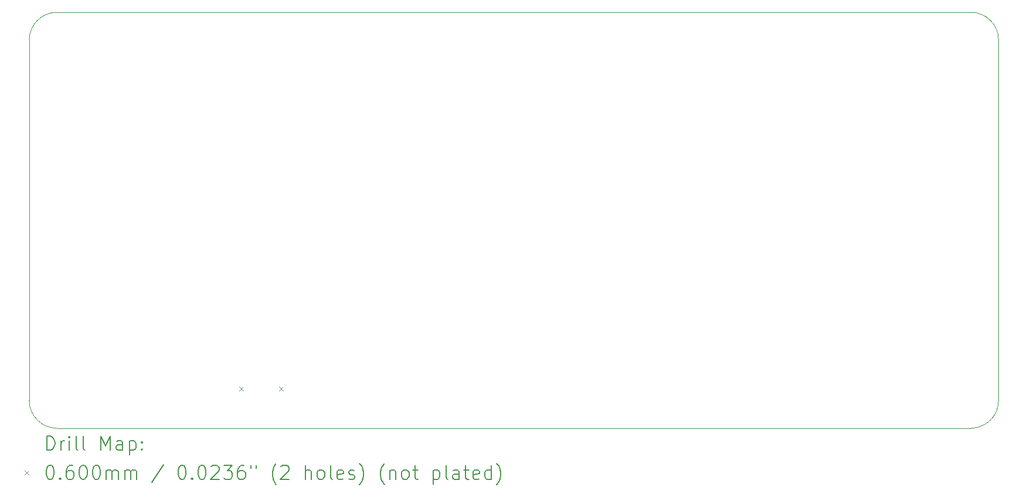
<source format=gbr>
%TF.GenerationSoftware,KiCad,Pcbnew,8.0.4*%
%TF.CreationDate,2024-11-10T20:41:44+01:00*%
%TF.ProjectId,SchrackMulticlock,53636872-6163-46b4-9d75-6c7469636c6f,v0.0.4*%
%TF.SameCoordinates,Original*%
%TF.FileFunction,Drillmap*%
%TF.FilePolarity,Positive*%
%FSLAX45Y45*%
G04 Gerber Fmt 4.5, Leading zero omitted, Abs format (unit mm)*
G04 Created by KiCad (PCBNEW 8.0.4) date 2024-11-10 20:41:44*
%MOMM*%
%LPD*%
G01*
G04 APERTURE LIST*
%ADD10C,0.100000*%
%ADD11C,0.200000*%
G04 APERTURE END LIST*
D10*
X25882000Y-5883000D02*
X12682000Y-5883000D01*
X12682000Y-11883000D02*
X25882000Y-11883000D01*
X12682000Y-11883000D02*
G75*
G02*
X12282000Y-11483000I0J400000D01*
G01*
X25882000Y-5883000D02*
G75*
G02*
X26282000Y-6283000I0J-400000D01*
G01*
X12282000Y-6283000D02*
G75*
G02*
X12682000Y-5883000I400000J0D01*
G01*
X26282000Y-11483000D02*
G75*
G02*
X25882000Y-11883000I-400000J0D01*
G01*
X12282000Y-6283000D02*
X12282000Y-11483000D01*
X26282000Y-11483000D02*
X26282000Y-6283000D01*
D11*
D10*
X15313000Y-11285000D02*
X15373000Y-11345000D01*
X15373000Y-11285000D02*
X15313000Y-11345000D01*
X15891000Y-11285000D02*
X15951000Y-11345000D01*
X15951000Y-11285000D02*
X15891000Y-11345000D01*
D11*
X12537777Y-12199484D02*
X12537777Y-11999484D01*
X12537777Y-11999484D02*
X12585396Y-11999484D01*
X12585396Y-11999484D02*
X12613967Y-12009008D01*
X12613967Y-12009008D02*
X12633015Y-12028055D01*
X12633015Y-12028055D02*
X12642539Y-12047103D01*
X12642539Y-12047103D02*
X12652062Y-12085198D01*
X12652062Y-12085198D02*
X12652062Y-12113769D01*
X12652062Y-12113769D02*
X12642539Y-12151865D01*
X12642539Y-12151865D02*
X12633015Y-12170912D01*
X12633015Y-12170912D02*
X12613967Y-12189960D01*
X12613967Y-12189960D02*
X12585396Y-12199484D01*
X12585396Y-12199484D02*
X12537777Y-12199484D01*
X12737777Y-12199484D02*
X12737777Y-12066150D01*
X12737777Y-12104246D02*
X12747301Y-12085198D01*
X12747301Y-12085198D02*
X12756824Y-12075674D01*
X12756824Y-12075674D02*
X12775872Y-12066150D01*
X12775872Y-12066150D02*
X12794920Y-12066150D01*
X12861586Y-12199484D02*
X12861586Y-12066150D01*
X12861586Y-11999484D02*
X12852062Y-12009008D01*
X12852062Y-12009008D02*
X12861586Y-12018531D01*
X12861586Y-12018531D02*
X12871110Y-12009008D01*
X12871110Y-12009008D02*
X12861586Y-11999484D01*
X12861586Y-11999484D02*
X12861586Y-12018531D01*
X12985396Y-12199484D02*
X12966348Y-12189960D01*
X12966348Y-12189960D02*
X12956824Y-12170912D01*
X12956824Y-12170912D02*
X12956824Y-11999484D01*
X13090158Y-12199484D02*
X13071110Y-12189960D01*
X13071110Y-12189960D02*
X13061586Y-12170912D01*
X13061586Y-12170912D02*
X13061586Y-11999484D01*
X13318729Y-12199484D02*
X13318729Y-11999484D01*
X13318729Y-11999484D02*
X13385396Y-12142341D01*
X13385396Y-12142341D02*
X13452062Y-11999484D01*
X13452062Y-11999484D02*
X13452062Y-12199484D01*
X13633015Y-12199484D02*
X13633015Y-12094722D01*
X13633015Y-12094722D02*
X13623491Y-12075674D01*
X13623491Y-12075674D02*
X13604443Y-12066150D01*
X13604443Y-12066150D02*
X13566348Y-12066150D01*
X13566348Y-12066150D02*
X13547301Y-12075674D01*
X13633015Y-12189960D02*
X13613967Y-12199484D01*
X13613967Y-12199484D02*
X13566348Y-12199484D01*
X13566348Y-12199484D02*
X13547301Y-12189960D01*
X13547301Y-12189960D02*
X13537777Y-12170912D01*
X13537777Y-12170912D02*
X13537777Y-12151865D01*
X13537777Y-12151865D02*
X13547301Y-12132817D01*
X13547301Y-12132817D02*
X13566348Y-12123293D01*
X13566348Y-12123293D02*
X13613967Y-12123293D01*
X13613967Y-12123293D02*
X13633015Y-12113769D01*
X13728253Y-12066150D02*
X13728253Y-12266150D01*
X13728253Y-12075674D02*
X13747301Y-12066150D01*
X13747301Y-12066150D02*
X13785396Y-12066150D01*
X13785396Y-12066150D02*
X13804443Y-12075674D01*
X13804443Y-12075674D02*
X13813967Y-12085198D01*
X13813967Y-12085198D02*
X13823491Y-12104246D01*
X13823491Y-12104246D02*
X13823491Y-12161388D01*
X13823491Y-12161388D02*
X13813967Y-12180436D01*
X13813967Y-12180436D02*
X13804443Y-12189960D01*
X13804443Y-12189960D02*
X13785396Y-12199484D01*
X13785396Y-12199484D02*
X13747301Y-12199484D01*
X13747301Y-12199484D02*
X13728253Y-12189960D01*
X13909205Y-12180436D02*
X13918729Y-12189960D01*
X13918729Y-12189960D02*
X13909205Y-12199484D01*
X13909205Y-12199484D02*
X13899682Y-12189960D01*
X13899682Y-12189960D02*
X13909205Y-12180436D01*
X13909205Y-12180436D02*
X13909205Y-12199484D01*
X13909205Y-12075674D02*
X13918729Y-12085198D01*
X13918729Y-12085198D02*
X13909205Y-12094722D01*
X13909205Y-12094722D02*
X13899682Y-12085198D01*
X13899682Y-12085198D02*
X13909205Y-12075674D01*
X13909205Y-12075674D02*
X13909205Y-12094722D01*
D10*
X12217000Y-12498000D02*
X12277000Y-12558000D01*
X12277000Y-12498000D02*
X12217000Y-12558000D01*
D11*
X12575872Y-12419484D02*
X12594920Y-12419484D01*
X12594920Y-12419484D02*
X12613967Y-12429008D01*
X12613967Y-12429008D02*
X12623491Y-12438531D01*
X12623491Y-12438531D02*
X12633015Y-12457579D01*
X12633015Y-12457579D02*
X12642539Y-12495674D01*
X12642539Y-12495674D02*
X12642539Y-12543293D01*
X12642539Y-12543293D02*
X12633015Y-12581388D01*
X12633015Y-12581388D02*
X12623491Y-12600436D01*
X12623491Y-12600436D02*
X12613967Y-12609960D01*
X12613967Y-12609960D02*
X12594920Y-12619484D01*
X12594920Y-12619484D02*
X12575872Y-12619484D01*
X12575872Y-12619484D02*
X12556824Y-12609960D01*
X12556824Y-12609960D02*
X12547301Y-12600436D01*
X12547301Y-12600436D02*
X12537777Y-12581388D01*
X12537777Y-12581388D02*
X12528253Y-12543293D01*
X12528253Y-12543293D02*
X12528253Y-12495674D01*
X12528253Y-12495674D02*
X12537777Y-12457579D01*
X12537777Y-12457579D02*
X12547301Y-12438531D01*
X12547301Y-12438531D02*
X12556824Y-12429008D01*
X12556824Y-12429008D02*
X12575872Y-12419484D01*
X12728253Y-12600436D02*
X12737777Y-12609960D01*
X12737777Y-12609960D02*
X12728253Y-12619484D01*
X12728253Y-12619484D02*
X12718729Y-12609960D01*
X12718729Y-12609960D02*
X12728253Y-12600436D01*
X12728253Y-12600436D02*
X12728253Y-12619484D01*
X12909205Y-12419484D02*
X12871110Y-12419484D01*
X12871110Y-12419484D02*
X12852062Y-12429008D01*
X12852062Y-12429008D02*
X12842539Y-12438531D01*
X12842539Y-12438531D02*
X12823491Y-12467103D01*
X12823491Y-12467103D02*
X12813967Y-12505198D01*
X12813967Y-12505198D02*
X12813967Y-12581388D01*
X12813967Y-12581388D02*
X12823491Y-12600436D01*
X12823491Y-12600436D02*
X12833015Y-12609960D01*
X12833015Y-12609960D02*
X12852062Y-12619484D01*
X12852062Y-12619484D02*
X12890158Y-12619484D01*
X12890158Y-12619484D02*
X12909205Y-12609960D01*
X12909205Y-12609960D02*
X12918729Y-12600436D01*
X12918729Y-12600436D02*
X12928253Y-12581388D01*
X12928253Y-12581388D02*
X12928253Y-12533769D01*
X12928253Y-12533769D02*
X12918729Y-12514722D01*
X12918729Y-12514722D02*
X12909205Y-12505198D01*
X12909205Y-12505198D02*
X12890158Y-12495674D01*
X12890158Y-12495674D02*
X12852062Y-12495674D01*
X12852062Y-12495674D02*
X12833015Y-12505198D01*
X12833015Y-12505198D02*
X12823491Y-12514722D01*
X12823491Y-12514722D02*
X12813967Y-12533769D01*
X13052062Y-12419484D02*
X13071110Y-12419484D01*
X13071110Y-12419484D02*
X13090158Y-12429008D01*
X13090158Y-12429008D02*
X13099682Y-12438531D01*
X13099682Y-12438531D02*
X13109205Y-12457579D01*
X13109205Y-12457579D02*
X13118729Y-12495674D01*
X13118729Y-12495674D02*
X13118729Y-12543293D01*
X13118729Y-12543293D02*
X13109205Y-12581388D01*
X13109205Y-12581388D02*
X13099682Y-12600436D01*
X13099682Y-12600436D02*
X13090158Y-12609960D01*
X13090158Y-12609960D02*
X13071110Y-12619484D01*
X13071110Y-12619484D02*
X13052062Y-12619484D01*
X13052062Y-12619484D02*
X13033015Y-12609960D01*
X13033015Y-12609960D02*
X13023491Y-12600436D01*
X13023491Y-12600436D02*
X13013967Y-12581388D01*
X13013967Y-12581388D02*
X13004443Y-12543293D01*
X13004443Y-12543293D02*
X13004443Y-12495674D01*
X13004443Y-12495674D02*
X13013967Y-12457579D01*
X13013967Y-12457579D02*
X13023491Y-12438531D01*
X13023491Y-12438531D02*
X13033015Y-12429008D01*
X13033015Y-12429008D02*
X13052062Y-12419484D01*
X13242539Y-12419484D02*
X13261586Y-12419484D01*
X13261586Y-12419484D02*
X13280634Y-12429008D01*
X13280634Y-12429008D02*
X13290158Y-12438531D01*
X13290158Y-12438531D02*
X13299682Y-12457579D01*
X13299682Y-12457579D02*
X13309205Y-12495674D01*
X13309205Y-12495674D02*
X13309205Y-12543293D01*
X13309205Y-12543293D02*
X13299682Y-12581388D01*
X13299682Y-12581388D02*
X13290158Y-12600436D01*
X13290158Y-12600436D02*
X13280634Y-12609960D01*
X13280634Y-12609960D02*
X13261586Y-12619484D01*
X13261586Y-12619484D02*
X13242539Y-12619484D01*
X13242539Y-12619484D02*
X13223491Y-12609960D01*
X13223491Y-12609960D02*
X13213967Y-12600436D01*
X13213967Y-12600436D02*
X13204443Y-12581388D01*
X13204443Y-12581388D02*
X13194920Y-12543293D01*
X13194920Y-12543293D02*
X13194920Y-12495674D01*
X13194920Y-12495674D02*
X13204443Y-12457579D01*
X13204443Y-12457579D02*
X13213967Y-12438531D01*
X13213967Y-12438531D02*
X13223491Y-12429008D01*
X13223491Y-12429008D02*
X13242539Y-12419484D01*
X13394920Y-12619484D02*
X13394920Y-12486150D01*
X13394920Y-12505198D02*
X13404443Y-12495674D01*
X13404443Y-12495674D02*
X13423491Y-12486150D01*
X13423491Y-12486150D02*
X13452063Y-12486150D01*
X13452063Y-12486150D02*
X13471110Y-12495674D01*
X13471110Y-12495674D02*
X13480634Y-12514722D01*
X13480634Y-12514722D02*
X13480634Y-12619484D01*
X13480634Y-12514722D02*
X13490158Y-12495674D01*
X13490158Y-12495674D02*
X13509205Y-12486150D01*
X13509205Y-12486150D02*
X13537777Y-12486150D01*
X13537777Y-12486150D02*
X13556824Y-12495674D01*
X13556824Y-12495674D02*
X13566348Y-12514722D01*
X13566348Y-12514722D02*
X13566348Y-12619484D01*
X13661586Y-12619484D02*
X13661586Y-12486150D01*
X13661586Y-12505198D02*
X13671110Y-12495674D01*
X13671110Y-12495674D02*
X13690158Y-12486150D01*
X13690158Y-12486150D02*
X13718729Y-12486150D01*
X13718729Y-12486150D02*
X13737777Y-12495674D01*
X13737777Y-12495674D02*
X13747301Y-12514722D01*
X13747301Y-12514722D02*
X13747301Y-12619484D01*
X13747301Y-12514722D02*
X13756824Y-12495674D01*
X13756824Y-12495674D02*
X13775872Y-12486150D01*
X13775872Y-12486150D02*
X13804443Y-12486150D01*
X13804443Y-12486150D02*
X13823491Y-12495674D01*
X13823491Y-12495674D02*
X13833015Y-12514722D01*
X13833015Y-12514722D02*
X13833015Y-12619484D01*
X14223491Y-12409960D02*
X14052063Y-12667103D01*
X14480634Y-12419484D02*
X14499682Y-12419484D01*
X14499682Y-12419484D02*
X14518729Y-12429008D01*
X14518729Y-12429008D02*
X14528253Y-12438531D01*
X14528253Y-12438531D02*
X14537777Y-12457579D01*
X14537777Y-12457579D02*
X14547301Y-12495674D01*
X14547301Y-12495674D02*
X14547301Y-12543293D01*
X14547301Y-12543293D02*
X14537777Y-12581388D01*
X14537777Y-12581388D02*
X14528253Y-12600436D01*
X14528253Y-12600436D02*
X14518729Y-12609960D01*
X14518729Y-12609960D02*
X14499682Y-12619484D01*
X14499682Y-12619484D02*
X14480634Y-12619484D01*
X14480634Y-12619484D02*
X14461586Y-12609960D01*
X14461586Y-12609960D02*
X14452063Y-12600436D01*
X14452063Y-12600436D02*
X14442539Y-12581388D01*
X14442539Y-12581388D02*
X14433015Y-12543293D01*
X14433015Y-12543293D02*
X14433015Y-12495674D01*
X14433015Y-12495674D02*
X14442539Y-12457579D01*
X14442539Y-12457579D02*
X14452063Y-12438531D01*
X14452063Y-12438531D02*
X14461586Y-12429008D01*
X14461586Y-12429008D02*
X14480634Y-12419484D01*
X14633015Y-12600436D02*
X14642539Y-12609960D01*
X14642539Y-12609960D02*
X14633015Y-12619484D01*
X14633015Y-12619484D02*
X14623491Y-12609960D01*
X14623491Y-12609960D02*
X14633015Y-12600436D01*
X14633015Y-12600436D02*
X14633015Y-12619484D01*
X14766348Y-12419484D02*
X14785396Y-12419484D01*
X14785396Y-12419484D02*
X14804444Y-12429008D01*
X14804444Y-12429008D02*
X14813967Y-12438531D01*
X14813967Y-12438531D02*
X14823491Y-12457579D01*
X14823491Y-12457579D02*
X14833015Y-12495674D01*
X14833015Y-12495674D02*
X14833015Y-12543293D01*
X14833015Y-12543293D02*
X14823491Y-12581388D01*
X14823491Y-12581388D02*
X14813967Y-12600436D01*
X14813967Y-12600436D02*
X14804444Y-12609960D01*
X14804444Y-12609960D02*
X14785396Y-12619484D01*
X14785396Y-12619484D02*
X14766348Y-12619484D01*
X14766348Y-12619484D02*
X14747301Y-12609960D01*
X14747301Y-12609960D02*
X14737777Y-12600436D01*
X14737777Y-12600436D02*
X14728253Y-12581388D01*
X14728253Y-12581388D02*
X14718729Y-12543293D01*
X14718729Y-12543293D02*
X14718729Y-12495674D01*
X14718729Y-12495674D02*
X14728253Y-12457579D01*
X14728253Y-12457579D02*
X14737777Y-12438531D01*
X14737777Y-12438531D02*
X14747301Y-12429008D01*
X14747301Y-12429008D02*
X14766348Y-12419484D01*
X14909206Y-12438531D02*
X14918729Y-12429008D01*
X14918729Y-12429008D02*
X14937777Y-12419484D01*
X14937777Y-12419484D02*
X14985396Y-12419484D01*
X14985396Y-12419484D02*
X15004444Y-12429008D01*
X15004444Y-12429008D02*
X15013967Y-12438531D01*
X15013967Y-12438531D02*
X15023491Y-12457579D01*
X15023491Y-12457579D02*
X15023491Y-12476627D01*
X15023491Y-12476627D02*
X15013967Y-12505198D01*
X15013967Y-12505198D02*
X14899682Y-12619484D01*
X14899682Y-12619484D02*
X15023491Y-12619484D01*
X15090158Y-12419484D02*
X15213967Y-12419484D01*
X15213967Y-12419484D02*
X15147301Y-12495674D01*
X15147301Y-12495674D02*
X15175872Y-12495674D01*
X15175872Y-12495674D02*
X15194920Y-12505198D01*
X15194920Y-12505198D02*
X15204444Y-12514722D01*
X15204444Y-12514722D02*
X15213967Y-12533769D01*
X15213967Y-12533769D02*
X15213967Y-12581388D01*
X15213967Y-12581388D02*
X15204444Y-12600436D01*
X15204444Y-12600436D02*
X15194920Y-12609960D01*
X15194920Y-12609960D02*
X15175872Y-12619484D01*
X15175872Y-12619484D02*
X15118729Y-12619484D01*
X15118729Y-12619484D02*
X15099682Y-12609960D01*
X15099682Y-12609960D02*
X15090158Y-12600436D01*
X15385396Y-12419484D02*
X15347301Y-12419484D01*
X15347301Y-12419484D02*
X15328253Y-12429008D01*
X15328253Y-12429008D02*
X15318729Y-12438531D01*
X15318729Y-12438531D02*
X15299682Y-12467103D01*
X15299682Y-12467103D02*
X15290158Y-12505198D01*
X15290158Y-12505198D02*
X15290158Y-12581388D01*
X15290158Y-12581388D02*
X15299682Y-12600436D01*
X15299682Y-12600436D02*
X15309206Y-12609960D01*
X15309206Y-12609960D02*
X15328253Y-12619484D01*
X15328253Y-12619484D02*
X15366348Y-12619484D01*
X15366348Y-12619484D02*
X15385396Y-12609960D01*
X15385396Y-12609960D02*
X15394920Y-12600436D01*
X15394920Y-12600436D02*
X15404444Y-12581388D01*
X15404444Y-12581388D02*
X15404444Y-12533769D01*
X15404444Y-12533769D02*
X15394920Y-12514722D01*
X15394920Y-12514722D02*
X15385396Y-12505198D01*
X15385396Y-12505198D02*
X15366348Y-12495674D01*
X15366348Y-12495674D02*
X15328253Y-12495674D01*
X15328253Y-12495674D02*
X15309206Y-12505198D01*
X15309206Y-12505198D02*
X15299682Y-12514722D01*
X15299682Y-12514722D02*
X15290158Y-12533769D01*
X15480634Y-12419484D02*
X15480634Y-12457579D01*
X15556825Y-12419484D02*
X15556825Y-12457579D01*
X15852063Y-12695674D02*
X15842539Y-12686150D01*
X15842539Y-12686150D02*
X15823491Y-12657579D01*
X15823491Y-12657579D02*
X15813968Y-12638531D01*
X15813968Y-12638531D02*
X15804444Y-12609960D01*
X15804444Y-12609960D02*
X15794920Y-12562341D01*
X15794920Y-12562341D02*
X15794920Y-12524246D01*
X15794920Y-12524246D02*
X15804444Y-12476627D01*
X15804444Y-12476627D02*
X15813968Y-12448055D01*
X15813968Y-12448055D02*
X15823491Y-12429008D01*
X15823491Y-12429008D02*
X15842539Y-12400436D01*
X15842539Y-12400436D02*
X15852063Y-12390912D01*
X15918729Y-12438531D02*
X15928253Y-12429008D01*
X15928253Y-12429008D02*
X15947301Y-12419484D01*
X15947301Y-12419484D02*
X15994920Y-12419484D01*
X15994920Y-12419484D02*
X16013968Y-12429008D01*
X16013968Y-12429008D02*
X16023491Y-12438531D01*
X16023491Y-12438531D02*
X16033015Y-12457579D01*
X16033015Y-12457579D02*
X16033015Y-12476627D01*
X16033015Y-12476627D02*
X16023491Y-12505198D01*
X16023491Y-12505198D02*
X15909206Y-12619484D01*
X15909206Y-12619484D02*
X16033015Y-12619484D01*
X16271110Y-12619484D02*
X16271110Y-12419484D01*
X16356825Y-12619484D02*
X16356825Y-12514722D01*
X16356825Y-12514722D02*
X16347301Y-12495674D01*
X16347301Y-12495674D02*
X16328253Y-12486150D01*
X16328253Y-12486150D02*
X16299682Y-12486150D01*
X16299682Y-12486150D02*
X16280634Y-12495674D01*
X16280634Y-12495674D02*
X16271110Y-12505198D01*
X16480634Y-12619484D02*
X16461587Y-12609960D01*
X16461587Y-12609960D02*
X16452063Y-12600436D01*
X16452063Y-12600436D02*
X16442539Y-12581388D01*
X16442539Y-12581388D02*
X16442539Y-12524246D01*
X16442539Y-12524246D02*
X16452063Y-12505198D01*
X16452063Y-12505198D02*
X16461587Y-12495674D01*
X16461587Y-12495674D02*
X16480634Y-12486150D01*
X16480634Y-12486150D02*
X16509206Y-12486150D01*
X16509206Y-12486150D02*
X16528253Y-12495674D01*
X16528253Y-12495674D02*
X16537777Y-12505198D01*
X16537777Y-12505198D02*
X16547301Y-12524246D01*
X16547301Y-12524246D02*
X16547301Y-12581388D01*
X16547301Y-12581388D02*
X16537777Y-12600436D01*
X16537777Y-12600436D02*
X16528253Y-12609960D01*
X16528253Y-12609960D02*
X16509206Y-12619484D01*
X16509206Y-12619484D02*
X16480634Y-12619484D01*
X16661587Y-12619484D02*
X16642539Y-12609960D01*
X16642539Y-12609960D02*
X16633015Y-12590912D01*
X16633015Y-12590912D02*
X16633015Y-12419484D01*
X16813968Y-12609960D02*
X16794920Y-12619484D01*
X16794920Y-12619484D02*
X16756825Y-12619484D01*
X16756825Y-12619484D02*
X16737777Y-12609960D01*
X16737777Y-12609960D02*
X16728253Y-12590912D01*
X16728253Y-12590912D02*
X16728253Y-12514722D01*
X16728253Y-12514722D02*
X16737777Y-12495674D01*
X16737777Y-12495674D02*
X16756825Y-12486150D01*
X16756825Y-12486150D02*
X16794920Y-12486150D01*
X16794920Y-12486150D02*
X16813968Y-12495674D01*
X16813968Y-12495674D02*
X16823492Y-12514722D01*
X16823492Y-12514722D02*
X16823492Y-12533769D01*
X16823492Y-12533769D02*
X16728253Y-12552817D01*
X16899682Y-12609960D02*
X16918730Y-12619484D01*
X16918730Y-12619484D02*
X16956825Y-12619484D01*
X16956825Y-12619484D02*
X16975873Y-12609960D01*
X16975873Y-12609960D02*
X16985396Y-12590912D01*
X16985396Y-12590912D02*
X16985396Y-12581388D01*
X16985396Y-12581388D02*
X16975873Y-12562341D01*
X16975873Y-12562341D02*
X16956825Y-12552817D01*
X16956825Y-12552817D02*
X16928253Y-12552817D01*
X16928253Y-12552817D02*
X16909206Y-12543293D01*
X16909206Y-12543293D02*
X16899682Y-12524246D01*
X16899682Y-12524246D02*
X16899682Y-12514722D01*
X16899682Y-12514722D02*
X16909206Y-12495674D01*
X16909206Y-12495674D02*
X16928253Y-12486150D01*
X16928253Y-12486150D02*
X16956825Y-12486150D01*
X16956825Y-12486150D02*
X16975873Y-12495674D01*
X17052063Y-12695674D02*
X17061587Y-12686150D01*
X17061587Y-12686150D02*
X17080634Y-12657579D01*
X17080634Y-12657579D02*
X17090158Y-12638531D01*
X17090158Y-12638531D02*
X17099682Y-12609960D01*
X17099682Y-12609960D02*
X17109206Y-12562341D01*
X17109206Y-12562341D02*
X17109206Y-12524246D01*
X17109206Y-12524246D02*
X17099682Y-12476627D01*
X17099682Y-12476627D02*
X17090158Y-12448055D01*
X17090158Y-12448055D02*
X17080634Y-12429008D01*
X17080634Y-12429008D02*
X17061587Y-12400436D01*
X17061587Y-12400436D02*
X17052063Y-12390912D01*
X17413968Y-12695674D02*
X17404444Y-12686150D01*
X17404444Y-12686150D02*
X17385396Y-12657579D01*
X17385396Y-12657579D02*
X17375873Y-12638531D01*
X17375873Y-12638531D02*
X17366349Y-12609960D01*
X17366349Y-12609960D02*
X17356825Y-12562341D01*
X17356825Y-12562341D02*
X17356825Y-12524246D01*
X17356825Y-12524246D02*
X17366349Y-12476627D01*
X17366349Y-12476627D02*
X17375873Y-12448055D01*
X17375873Y-12448055D02*
X17385396Y-12429008D01*
X17385396Y-12429008D02*
X17404444Y-12400436D01*
X17404444Y-12400436D02*
X17413968Y-12390912D01*
X17490158Y-12486150D02*
X17490158Y-12619484D01*
X17490158Y-12505198D02*
X17499682Y-12495674D01*
X17499682Y-12495674D02*
X17518730Y-12486150D01*
X17518730Y-12486150D02*
X17547301Y-12486150D01*
X17547301Y-12486150D02*
X17566349Y-12495674D01*
X17566349Y-12495674D02*
X17575873Y-12514722D01*
X17575873Y-12514722D02*
X17575873Y-12619484D01*
X17699682Y-12619484D02*
X17680634Y-12609960D01*
X17680634Y-12609960D02*
X17671111Y-12600436D01*
X17671111Y-12600436D02*
X17661587Y-12581388D01*
X17661587Y-12581388D02*
X17661587Y-12524246D01*
X17661587Y-12524246D02*
X17671111Y-12505198D01*
X17671111Y-12505198D02*
X17680634Y-12495674D01*
X17680634Y-12495674D02*
X17699682Y-12486150D01*
X17699682Y-12486150D02*
X17728254Y-12486150D01*
X17728254Y-12486150D02*
X17747301Y-12495674D01*
X17747301Y-12495674D02*
X17756825Y-12505198D01*
X17756825Y-12505198D02*
X17766349Y-12524246D01*
X17766349Y-12524246D02*
X17766349Y-12581388D01*
X17766349Y-12581388D02*
X17756825Y-12600436D01*
X17756825Y-12600436D02*
X17747301Y-12609960D01*
X17747301Y-12609960D02*
X17728254Y-12619484D01*
X17728254Y-12619484D02*
X17699682Y-12619484D01*
X17823492Y-12486150D02*
X17899682Y-12486150D01*
X17852063Y-12419484D02*
X17852063Y-12590912D01*
X17852063Y-12590912D02*
X17861587Y-12609960D01*
X17861587Y-12609960D02*
X17880634Y-12619484D01*
X17880634Y-12619484D02*
X17899682Y-12619484D01*
X18118730Y-12486150D02*
X18118730Y-12686150D01*
X18118730Y-12495674D02*
X18137777Y-12486150D01*
X18137777Y-12486150D02*
X18175873Y-12486150D01*
X18175873Y-12486150D02*
X18194920Y-12495674D01*
X18194920Y-12495674D02*
X18204444Y-12505198D01*
X18204444Y-12505198D02*
X18213968Y-12524246D01*
X18213968Y-12524246D02*
X18213968Y-12581388D01*
X18213968Y-12581388D02*
X18204444Y-12600436D01*
X18204444Y-12600436D02*
X18194920Y-12609960D01*
X18194920Y-12609960D02*
X18175873Y-12619484D01*
X18175873Y-12619484D02*
X18137777Y-12619484D01*
X18137777Y-12619484D02*
X18118730Y-12609960D01*
X18328254Y-12619484D02*
X18309206Y-12609960D01*
X18309206Y-12609960D02*
X18299682Y-12590912D01*
X18299682Y-12590912D02*
X18299682Y-12419484D01*
X18490158Y-12619484D02*
X18490158Y-12514722D01*
X18490158Y-12514722D02*
X18480635Y-12495674D01*
X18480635Y-12495674D02*
X18461587Y-12486150D01*
X18461587Y-12486150D02*
X18423492Y-12486150D01*
X18423492Y-12486150D02*
X18404444Y-12495674D01*
X18490158Y-12609960D02*
X18471111Y-12619484D01*
X18471111Y-12619484D02*
X18423492Y-12619484D01*
X18423492Y-12619484D02*
X18404444Y-12609960D01*
X18404444Y-12609960D02*
X18394920Y-12590912D01*
X18394920Y-12590912D02*
X18394920Y-12571865D01*
X18394920Y-12571865D02*
X18404444Y-12552817D01*
X18404444Y-12552817D02*
X18423492Y-12543293D01*
X18423492Y-12543293D02*
X18471111Y-12543293D01*
X18471111Y-12543293D02*
X18490158Y-12533769D01*
X18556825Y-12486150D02*
X18633015Y-12486150D01*
X18585396Y-12419484D02*
X18585396Y-12590912D01*
X18585396Y-12590912D02*
X18594920Y-12609960D01*
X18594920Y-12609960D02*
X18613968Y-12619484D01*
X18613968Y-12619484D02*
X18633015Y-12619484D01*
X18775873Y-12609960D02*
X18756825Y-12619484D01*
X18756825Y-12619484D02*
X18718730Y-12619484D01*
X18718730Y-12619484D02*
X18699682Y-12609960D01*
X18699682Y-12609960D02*
X18690158Y-12590912D01*
X18690158Y-12590912D02*
X18690158Y-12514722D01*
X18690158Y-12514722D02*
X18699682Y-12495674D01*
X18699682Y-12495674D02*
X18718730Y-12486150D01*
X18718730Y-12486150D02*
X18756825Y-12486150D01*
X18756825Y-12486150D02*
X18775873Y-12495674D01*
X18775873Y-12495674D02*
X18785396Y-12514722D01*
X18785396Y-12514722D02*
X18785396Y-12533769D01*
X18785396Y-12533769D02*
X18690158Y-12552817D01*
X18956825Y-12619484D02*
X18956825Y-12419484D01*
X18956825Y-12609960D02*
X18937777Y-12619484D01*
X18937777Y-12619484D02*
X18899682Y-12619484D01*
X18899682Y-12619484D02*
X18880635Y-12609960D01*
X18880635Y-12609960D02*
X18871111Y-12600436D01*
X18871111Y-12600436D02*
X18861587Y-12581388D01*
X18861587Y-12581388D02*
X18861587Y-12524246D01*
X18861587Y-12524246D02*
X18871111Y-12505198D01*
X18871111Y-12505198D02*
X18880635Y-12495674D01*
X18880635Y-12495674D02*
X18899682Y-12486150D01*
X18899682Y-12486150D02*
X18937777Y-12486150D01*
X18937777Y-12486150D02*
X18956825Y-12495674D01*
X19033016Y-12695674D02*
X19042539Y-12686150D01*
X19042539Y-12686150D02*
X19061587Y-12657579D01*
X19061587Y-12657579D02*
X19071111Y-12638531D01*
X19071111Y-12638531D02*
X19080635Y-12609960D01*
X19080635Y-12609960D02*
X19090158Y-12562341D01*
X19090158Y-12562341D02*
X19090158Y-12524246D01*
X19090158Y-12524246D02*
X19080635Y-12476627D01*
X19080635Y-12476627D02*
X19071111Y-12448055D01*
X19071111Y-12448055D02*
X19061587Y-12429008D01*
X19061587Y-12429008D02*
X19042539Y-12400436D01*
X19042539Y-12400436D02*
X19033016Y-12390912D01*
M02*

</source>
